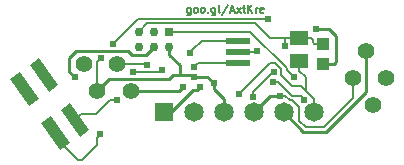
<source format=gtl>
G04 #@! TF.FileFunction,Copper,L1,Top,Signal*
%FSLAX46Y46*%
G04 Gerber Fmt 4.6, Leading zero omitted, Abs format (unit mm)*
G04 Created by KiCad (PCBNEW (2015-03-12 BZR 5508)-product) date Fri 13 Mar 2015 11:06:32 PM CET*
%MOMM*%
G01*
G04 APERTURE LIST*
%ADD10C,0.100000*%
%ADD11C,0.160000*%
%ADD12R,1.650000X1.650000*%
%ADD13C,1.650000*%
%ADD14C,0.762000*%
%ADD15R,0.762000X0.762000*%
%ADD16C,1.400000*%
%ADD17R,2.000000X0.600000*%
%ADD18R,1.498600X1.297940*%
%ADD19R,1.099820X0.998220*%
%ADD20C,0.609600*%
%ADD21C,0.203200*%
%ADD22C,0.254000*%
G04 APERTURE END LIST*
D10*
D11*
X146059524Y-87760714D02*
X146059524Y-88286905D01*
X146028572Y-88348810D01*
X145997620Y-88379762D01*
X145935715Y-88410714D01*
X145842858Y-88410714D01*
X145780953Y-88379762D01*
X146059524Y-88163095D02*
X145997620Y-88194048D01*
X145873810Y-88194048D01*
X145811905Y-88163095D01*
X145780953Y-88132143D01*
X145750001Y-88070238D01*
X145750001Y-87884524D01*
X145780953Y-87822619D01*
X145811905Y-87791667D01*
X145873810Y-87760714D01*
X145997620Y-87760714D01*
X146059524Y-87791667D01*
X146461905Y-88194048D02*
X146400000Y-88163095D01*
X146369048Y-88132143D01*
X146338096Y-88070238D01*
X146338096Y-87884524D01*
X146369048Y-87822619D01*
X146400000Y-87791667D01*
X146461905Y-87760714D01*
X146554762Y-87760714D01*
X146616667Y-87791667D01*
X146647619Y-87822619D01*
X146678572Y-87884524D01*
X146678572Y-88070238D01*
X146647619Y-88132143D01*
X146616667Y-88163095D01*
X146554762Y-88194048D01*
X146461905Y-88194048D01*
X147050000Y-88194048D02*
X146988095Y-88163095D01*
X146957143Y-88132143D01*
X146926191Y-88070238D01*
X146926191Y-87884524D01*
X146957143Y-87822619D01*
X146988095Y-87791667D01*
X147050000Y-87760714D01*
X147142857Y-87760714D01*
X147204762Y-87791667D01*
X147235714Y-87822619D01*
X147266667Y-87884524D01*
X147266667Y-88070238D01*
X147235714Y-88132143D01*
X147204762Y-88163095D01*
X147142857Y-88194048D01*
X147050000Y-88194048D01*
X147545238Y-88132143D02*
X147576190Y-88163095D01*
X147545238Y-88194048D01*
X147514286Y-88163095D01*
X147545238Y-88132143D01*
X147545238Y-88194048D01*
X148133333Y-87760714D02*
X148133333Y-88286905D01*
X148102381Y-88348810D01*
X148071429Y-88379762D01*
X148009524Y-88410714D01*
X147916667Y-88410714D01*
X147854762Y-88379762D01*
X148133333Y-88163095D02*
X148071429Y-88194048D01*
X147947619Y-88194048D01*
X147885714Y-88163095D01*
X147854762Y-88132143D01*
X147823810Y-88070238D01*
X147823810Y-87884524D01*
X147854762Y-87822619D01*
X147885714Y-87791667D01*
X147947619Y-87760714D01*
X148071429Y-87760714D01*
X148133333Y-87791667D01*
X148535714Y-88194048D02*
X148473809Y-88163095D01*
X148442857Y-88101190D01*
X148442857Y-87544048D01*
X149247619Y-87513095D02*
X148690476Y-88348810D01*
X149433333Y-88008333D02*
X149742856Y-88008333D01*
X149371428Y-88194048D02*
X149588094Y-87544048D01*
X149804761Y-88194048D01*
X149959523Y-88194048D02*
X150299999Y-87760714D01*
X149959523Y-87760714D02*
X150299999Y-88194048D01*
X150454761Y-87760714D02*
X150702380Y-87760714D01*
X150547618Y-87544048D02*
X150547618Y-88101190D01*
X150578570Y-88163095D01*
X150640475Y-88194048D01*
X150702380Y-88194048D01*
X150919047Y-88194048D02*
X150919047Y-87544048D01*
X151290475Y-88194048D02*
X151011904Y-87822619D01*
X151290475Y-87544048D02*
X150919047Y-87915476D01*
X151569047Y-88194048D02*
X151569047Y-87760714D01*
X151569047Y-87884524D02*
X151599999Y-87822619D01*
X151630952Y-87791667D01*
X151692856Y-87760714D01*
X151754761Y-87760714D01*
X152219047Y-88163095D02*
X152157142Y-88194048D01*
X152033333Y-88194048D01*
X151971428Y-88163095D01*
X151940476Y-88101190D01*
X151940476Y-87853571D01*
X151971428Y-87791667D01*
X152033333Y-87760714D01*
X152157142Y-87760714D01*
X152219047Y-87791667D01*
X152249999Y-87853571D01*
X152249999Y-87915476D01*
X151940476Y-87977381D01*
D12*
X143780000Y-96640000D03*
D13*
X146320000Y-96640000D03*
X148860000Y-96640000D03*
X151400000Y-96640000D03*
X153940000Y-96640000D03*
X156480000Y-96640000D03*
D14*
X142992751Y-89788042D03*
X142992751Y-91058042D03*
D15*
X144262751Y-89788042D03*
D14*
X144262751Y-91058042D03*
X141722751Y-89788042D03*
X141722751Y-91058042D03*
D16*
X137023435Y-92544529D03*
X139863103Y-92572534D03*
X138136897Y-94827466D03*
X140976565Y-94855471D03*
X160903629Y-91431066D03*
X162629834Y-93685997D03*
X159790166Y-93714003D03*
X161516371Y-95968934D03*
D17*
X150100000Y-92450000D03*
X150100000Y-91500000D03*
X150100000Y-90550000D03*
D18*
X155270000Y-92239960D03*
X155270000Y-90340040D03*
D19*
X157270000Y-92508360D03*
X157270000Y-90811640D03*
D10*
G36*
X132395053Y-96063128D02*
X130789039Y-93769502D01*
X131608191Y-93195926D01*
X133214205Y-95489552D01*
X132395053Y-96063128D01*
X132395053Y-96063128D01*
G37*
G36*
X134033357Y-94915975D02*
X132427343Y-92622349D01*
X133246495Y-92048773D01*
X134852509Y-94342399D01*
X134033357Y-94915975D01*
X134033357Y-94915975D01*
G37*
G36*
X135033505Y-99831227D02*
X133427491Y-97537601D01*
X134246643Y-96964025D01*
X135852657Y-99257651D01*
X135033505Y-99831227D01*
X135033505Y-99831227D01*
G37*
G36*
X136671809Y-98684074D02*
X135065795Y-96390448D01*
X135884947Y-95816872D01*
X137490961Y-98110498D01*
X136671809Y-98684074D01*
X136671809Y-98684074D01*
G37*
D20*
X145970000Y-91600000D03*
X146370000Y-92790000D03*
X136250000Y-93650000D03*
X154800000Y-93600000D03*
X154040000Y-90980000D03*
X152600000Y-88709620D03*
X156700000Y-89535910D03*
X146328891Y-93601772D03*
X138500000Y-92014220D03*
X139490000Y-90815020D03*
X148050000Y-94170000D03*
X151679944Y-91463829D03*
X146870000Y-94470000D03*
X153110000Y-93240000D03*
X151362883Y-95307505D03*
X153670000Y-95230000D03*
X145430000Y-94470000D03*
X150130000Y-95100000D03*
X139790000Y-95540000D03*
X141190000Y-93190260D03*
X143600000Y-93060000D03*
X153058702Y-94051192D03*
X155702104Y-95557504D03*
X142395020Y-92580555D03*
X138410000Y-98490000D03*
D21*
X147020000Y-90550000D02*
X146274799Y-91295201D01*
X150100000Y-90550000D02*
X147020000Y-90550000D01*
X146274799Y-91295201D02*
X145970000Y-91600000D01*
X150100000Y-92450000D02*
X146710000Y-92450000D01*
X146710000Y-92450000D02*
X146674799Y-92485201D01*
X146674799Y-92485201D02*
X146370000Y-92790000D01*
D22*
X142993122Y-89787671D02*
X142992751Y-89788042D01*
X142937482Y-91113311D02*
X142992751Y-91058042D01*
X135800000Y-93200000D02*
X136250000Y-93650000D01*
X136370000Y-91430000D02*
X135800000Y-92000000D01*
X142281550Y-91769243D02*
X141119243Y-91769243D01*
X135800000Y-92000000D02*
X135800000Y-93200000D01*
X140780000Y-91430000D02*
X136370000Y-91430000D01*
X142992751Y-91058042D02*
X142281550Y-91769243D01*
X141119243Y-91769243D02*
X140780000Y-91430000D01*
D21*
X154215899Y-93015899D02*
X154495201Y-93295201D01*
X144262751Y-89788042D02*
X151103704Y-89788042D01*
X151103704Y-89788042D02*
X154215899Y-92900237D01*
X154495201Y-93295201D02*
X154800000Y-93600000D01*
X154215899Y-92900237D02*
X154215899Y-93015899D01*
D22*
X144287978Y-89762815D02*
X144262751Y-89788042D01*
D21*
X152750000Y-90350000D02*
X154050871Y-90350000D01*
X154050871Y-90350000D02*
X155260040Y-90350000D01*
X154040000Y-90360871D02*
X154050871Y-90350000D01*
X154040000Y-90980000D02*
X154040000Y-90360871D01*
X141722751Y-89788042D02*
X142410793Y-89100000D01*
X142410793Y-89100000D02*
X151500000Y-89100000D01*
X151500000Y-89100000D02*
X152750000Y-90350000D01*
X155260040Y-90350000D02*
X155270000Y-90340040D01*
X156400000Y-90517540D02*
X156400000Y-90694750D01*
X156400000Y-90694750D02*
X156516890Y-90811640D01*
X156516890Y-90811640D02*
X157270000Y-90811640D01*
X155270000Y-90340040D02*
X156222500Y-90340040D01*
X156222500Y-90340040D02*
X156400000Y-90517540D01*
D22*
X158400000Y-92334670D02*
X158400000Y-90161098D01*
X158400000Y-90161098D02*
X157774812Y-89535910D01*
X157774812Y-89535910D02*
X156700000Y-89535910D01*
X157270000Y-92508360D02*
X158226310Y-92508360D01*
X158226310Y-92508360D02*
X158400000Y-92334670D01*
X145139594Y-92639594D02*
X145139594Y-93500000D01*
X144262751Y-91762751D02*
X145139594Y-92639594D01*
X144262751Y-91058042D02*
X144262751Y-91762751D01*
D21*
X138195201Y-92319019D02*
X138500000Y-92014220D01*
X138500000Y-92000000D02*
X138500000Y-92014220D01*
X138136897Y-92377323D02*
X138195201Y-92319019D01*
X138136897Y-94827466D02*
X138136897Y-92377323D01*
X138400000Y-91900000D02*
X138500000Y-92000000D01*
X152600000Y-88709620D02*
X141595400Y-88709620D01*
X141595400Y-88709620D02*
X139794799Y-90510221D01*
X139794799Y-90510221D02*
X139490000Y-90815020D01*
D22*
X148860000Y-95473274D02*
X148860000Y-96640000D01*
X148050000Y-94663274D02*
X148860000Y-95473274D01*
X148050000Y-94170000D02*
X148050000Y-94663274D01*
X146759943Y-93601772D02*
X146328891Y-93601772D01*
X147481772Y-93601772D02*
X146759943Y-93601772D01*
X148050000Y-94170000D02*
X147481772Y-93601772D01*
X144234532Y-93825270D02*
X144559802Y-93500000D01*
X144559802Y-93500000D02*
X145139594Y-93500000D01*
X139139093Y-93825270D02*
X144234532Y-93825270D01*
X138136897Y-94827466D02*
X139139093Y-93825270D01*
X146162118Y-93434999D02*
X146328891Y-93601772D01*
X145204595Y-93434999D02*
X146162118Y-93434999D01*
X145139594Y-93500000D02*
X145204595Y-93434999D01*
D21*
X150100000Y-91500000D02*
X151643773Y-91500000D01*
X151643773Y-91500000D02*
X151679944Y-91463829D01*
D22*
X143780000Y-96640000D02*
X144389802Y-96640000D01*
X144389802Y-96640000D02*
X146255003Y-94774799D01*
X146565201Y-94774799D02*
X146870000Y-94470000D01*
X146255003Y-94774799D02*
X146565201Y-94774799D01*
D21*
X152999336Y-93240000D02*
X153110000Y-93240000D01*
X151362883Y-95307505D02*
X151362883Y-94876453D01*
X151362883Y-94876453D02*
X152999336Y-93240000D01*
D22*
X153238948Y-95230000D02*
X153670000Y-95230000D01*
X152810000Y-95230000D02*
X153238948Y-95230000D01*
X151400000Y-96640000D02*
X152810000Y-95230000D01*
D21*
X154087558Y-95230000D02*
X154473569Y-95616011D01*
X155800000Y-97870000D02*
X157320000Y-97870000D01*
X157320000Y-97870000D02*
X159790166Y-95399834D01*
X154473569Y-95616011D02*
X154673569Y-95616011D01*
X155270000Y-96212442D02*
X155270000Y-97340000D01*
X159790166Y-95399834D02*
X159790166Y-94703952D01*
X154673569Y-95616011D02*
X155270000Y-96212442D01*
X153670000Y-95230000D02*
X154087558Y-95230000D01*
X155270000Y-97340000D02*
X155800000Y-97870000D01*
X159790166Y-94703952D02*
X159790166Y-93714003D01*
D22*
X157498861Y-98301810D02*
X160903629Y-94897042D01*
X155601810Y-98301810D02*
X157498861Y-98301810D01*
X160903629Y-92421015D02*
X160903629Y-91431066D01*
X153940000Y-96640000D02*
X155601810Y-98301810D01*
X160903629Y-94897042D02*
X160903629Y-92421015D01*
X145125201Y-94774799D02*
X145430000Y-94470000D01*
X145044529Y-94855471D02*
X145125201Y-94774799D01*
X140976565Y-94855471D02*
X145044529Y-94855471D01*
D21*
X139790000Y-95540000D02*
X139270000Y-95540000D01*
X136788851Y-96740000D02*
X136278378Y-97250473D01*
X139270000Y-95540000D02*
X138070000Y-96740000D01*
X138070000Y-96740000D02*
X136788851Y-96740000D01*
X155410583Y-94403857D02*
X154643981Y-94403857D01*
X153719601Y-93479477D02*
X153719601Y-92978689D01*
X155835204Y-94828478D02*
X155410583Y-94403857D01*
X150434799Y-94795201D02*
X150130000Y-95100000D01*
X153719601Y-92978689D02*
X153206261Y-92465349D01*
X152764651Y-92465349D02*
X150434799Y-94795201D01*
X154643981Y-94403857D02*
X153719601Y-93479477D01*
X153206261Y-92465349D02*
X152764651Y-92465349D01*
X156480000Y-96640000D02*
X156480000Y-95473274D01*
X155835204Y-94828478D02*
X155835204Y-93657334D01*
X156480000Y-95473274D02*
X155835204Y-94828478D01*
X155270000Y-93092130D02*
X155270000Y-92239960D01*
X155835204Y-93657334D02*
X155270000Y-93092130D01*
X141190000Y-93190260D02*
X143469740Y-93190260D01*
X143469740Y-93190260D02*
X143600000Y-93060000D01*
X154648163Y-95209601D02*
X155354201Y-95209601D01*
X155397305Y-95252705D02*
X155702104Y-95557504D01*
X153058702Y-94051192D02*
X153489754Y-94051192D01*
X155354201Y-95209601D02*
X155397305Y-95252705D01*
X153489754Y-94051192D02*
X154648163Y-95209601D01*
X142386999Y-92572534D02*
X142395020Y-92580555D01*
X139863103Y-92572534D02*
X142386999Y-92572534D01*
X135370000Y-99480000D02*
X136540000Y-100650000D01*
X136540000Y-100650000D02*
X136850000Y-100650000D01*
X135370000Y-99127552D02*
X135370000Y-99480000D01*
X134640074Y-98397626D02*
X135370000Y-99127552D01*
X138105201Y-98794799D02*
X138105201Y-99394799D01*
X138410000Y-98490000D02*
X138105201Y-98794799D01*
X138105201Y-99394799D02*
X136850000Y-100650000D01*
M02*

</source>
